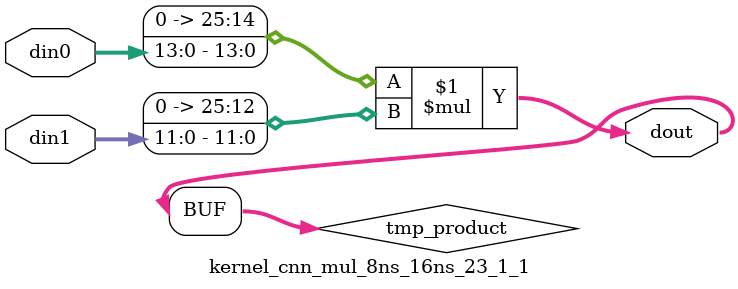
<source format=v>

`timescale 1 ns / 1 ps

  module kernel_cnn_mul_8ns_16ns_23_1_1(din0, din1, dout);
parameter ID = 1;
parameter NUM_STAGE = 0;
parameter din0_WIDTH = 14;
parameter din1_WIDTH = 12;
parameter dout_WIDTH = 26;

input [din0_WIDTH - 1 : 0] din0; 
input [din1_WIDTH - 1 : 0] din1; 
output [dout_WIDTH - 1 : 0] dout;

wire signed [dout_WIDTH - 1 : 0] tmp_product;










assign tmp_product = $signed({1'b0, din0}) * $signed({1'b0, din1});











assign dout = tmp_product;







endmodule

</source>
